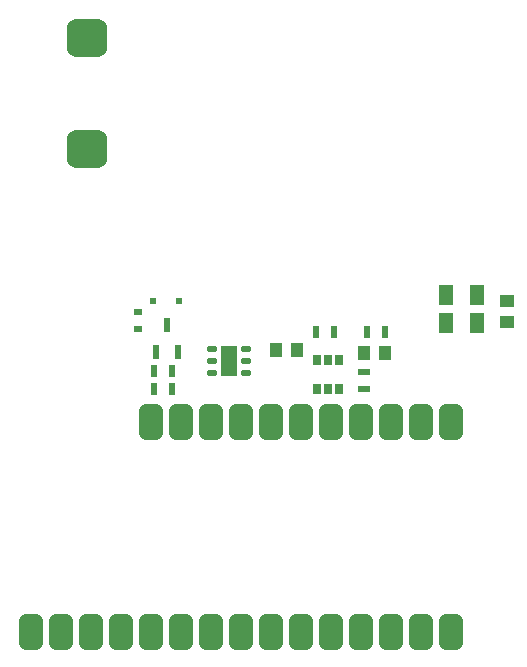
<source format=gtp>
G04 Layer_Color=8421504*
%FSAX24Y24*%
%MOIN*%
G70*
G01*
G75*
%ADD11R,0.0197X0.0197*%
%ADD12R,0.0236X0.0394*%
%ADD13R,0.0394X0.0512*%
%ADD14R,0.0394X0.0236*%
%ADD15R,0.0256X0.0354*%
G04:AMPARAMS|DCode=16|XSize=17.7mil|YSize=33.5mil|CornerRadius=4.4mil|HoleSize=0mil|Usage=FLASHONLY|Rotation=90.000|XOffset=0mil|YOffset=0mil|HoleType=Round|Shape=RoundedRectangle|*
%AMROUNDEDRECTD16*
21,1,0.0177,0.0246,0,0,90.0*
21,1,0.0089,0.0335,0,0,90.0*
1,1,0.0089,0.0123,0.0044*
1,1,0.0089,0.0123,-0.0044*
1,1,0.0089,-0.0123,-0.0044*
1,1,0.0089,-0.0123,0.0044*
%
%ADD16ROUNDEDRECTD16*%
%ADD17R,0.0551X0.0984*%
%ADD18R,0.0512X0.0394*%
%ADD19R,0.0472X0.0709*%
G04:AMPARAMS|DCode=20|XSize=128mil|YSize=135mil|CornerRadius=32mil|HoleSize=0mil|Usage=FLASHONLY|Rotation=270.000|XOffset=0mil|YOffset=0mil|HoleType=Round|Shape=RoundedRectangle|*
%AMROUNDEDRECTD20*
21,1,0.1280,0.0711,0,0,270.0*
21,1,0.0640,0.1350,0,0,270.0*
1,1,0.0640,-0.0355,-0.0320*
1,1,0.0640,-0.0355,0.0320*
1,1,0.0640,0.0355,0.0320*
1,1,0.0640,0.0355,-0.0320*
%
%ADD20ROUNDEDRECTD20*%
%ADD21R,0.0236X0.0453*%
G04:AMPARAMS|DCode=22|XSize=118.1mil|YSize=78.7mil|CornerRadius=19.7mil|HoleSize=0mil|Usage=FLASHONLY|Rotation=270.000|XOffset=0mil|YOffset=0mil|HoleType=Round|Shape=RoundedRectangle|*
%AMROUNDEDRECTD22*
21,1,0.1181,0.0394,0,0,270.0*
21,1,0.0787,0.0787,0,0,270.0*
1,1,0.0394,-0.0197,-0.0394*
1,1,0.0394,-0.0197,0.0394*
1,1,0.0394,0.0197,0.0394*
1,1,0.0394,0.0197,-0.0394*
%
%ADD22ROUNDEDRECTD22*%
%ADD23R,0.0315X0.0236*%
D11*
X020467Y040500D02*
D03*
X021333Y040500D02*
D03*
D12*
X028195Y039450D02*
D03*
X027605Y039450D02*
D03*
X026478Y039450D02*
D03*
X025887Y039450D02*
D03*
X020505Y038150D02*
D03*
X021095Y038150D02*
D03*
X021095Y037550D02*
D03*
X020505Y037550D02*
D03*
D13*
X024546Y038850D02*
D03*
X025254Y038850D02*
D03*
X027496Y038750D02*
D03*
X028204Y038750D02*
D03*
D14*
X027500Y037555D02*
D03*
X027500Y038145D02*
D03*
D15*
X026674Y038522D02*
D03*
X026300Y038522D02*
D03*
X025926Y038522D02*
D03*
X025926Y037578D02*
D03*
X026300Y037578D02*
D03*
X026674Y037578D02*
D03*
D16*
X022429Y038894D02*
D03*
X022429Y038500D02*
D03*
X022429Y038106D02*
D03*
X023571Y038106D02*
D03*
X023571Y038500D02*
D03*
X023571Y038894D02*
D03*
D17*
X023000Y038500D02*
D03*
D18*
X032250Y040509D02*
D03*
X032250Y039800D02*
D03*
D19*
X031262Y039750D02*
D03*
X030238Y039750D02*
D03*
X031262Y040700D02*
D03*
X030238Y040700D02*
D03*
D20*
X018250Y045550D02*
D03*
X018250Y049250D02*
D03*
D21*
X020552Y038800D02*
D03*
X021300Y038800D02*
D03*
X020926Y039686D02*
D03*
D22*
X016400Y029450D02*
D03*
X017400Y029450D02*
D03*
X018400Y029450D02*
D03*
X019400Y029450D02*
D03*
X020400Y029450D02*
D03*
X021400Y029450D02*
D03*
X022400Y029450D02*
D03*
X023400Y029450D02*
D03*
X024400Y029450D02*
D03*
X025400Y029450D02*
D03*
X026400Y029450D02*
D03*
X027400Y029450D02*
D03*
X028400Y029450D02*
D03*
X029400Y029450D02*
D03*
X030400Y029450D02*
D03*
X030400Y036450D02*
D03*
X029400Y036450D02*
D03*
X028400Y036450D02*
D03*
X027400Y036450D02*
D03*
X026400Y036450D02*
D03*
X025400Y036450D02*
D03*
X024400Y036450D02*
D03*
X023400Y036450D02*
D03*
X022400Y036450D02*
D03*
X021400Y036450D02*
D03*
X020400Y036450D02*
D03*
D23*
X019950Y040135D02*
D03*
X019950Y039565D02*
D03*
M02*

</source>
